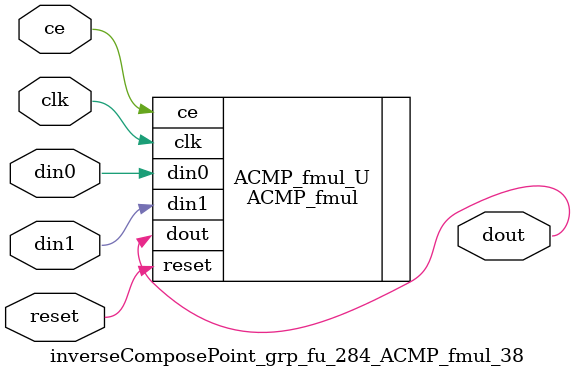
<source format=v>

`timescale 1 ns / 1 ps
module inverseComposePoint_grp_fu_284_ACMP_fmul_38(
    clk,
    reset,
    ce,
    din0,
    din1,
    dout);

parameter ID = 32'd1;
parameter NUM_STAGE = 32'd1;
parameter din0_WIDTH = 32'd1;
parameter din1_WIDTH = 32'd1;
parameter dout_WIDTH = 32'd1;
input clk;
input reset;
input ce;
input[din0_WIDTH - 1:0] din0;
input[din1_WIDTH - 1:0] din1;
output[dout_WIDTH - 1:0] dout;



ACMP_fmul #(
.ID( ID ),
.NUM_STAGE( 4 ),
.din0_WIDTH( din0_WIDTH ),
.din1_WIDTH( din1_WIDTH ),
.dout_WIDTH( dout_WIDTH ))
ACMP_fmul_U(
    .clk( clk ),
    .reset( reset ),
    .ce( ce ),
    .din0( din0 ),
    .din1( din1 ),
    .dout( dout ));

endmodule

</source>
